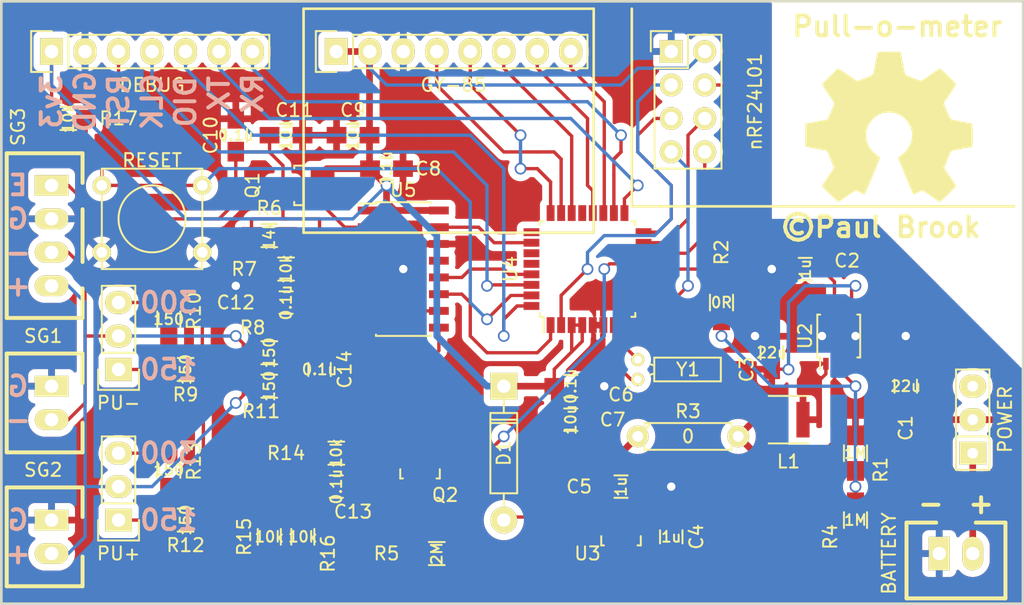
<source format=kicad_pcb>
(kicad_pcb (version 20221018) (generator pcbnew)
  (layers (0 "F.Cu" signal) (31 "B.Cu" signal) (34 "B.Paste" user) (35 "F.Paste" user) (36 "B.SilkS" user "B.Silkscreen") (37 "F.SilkS" user "F.Silkscreen") (38 "B.Mask" user) (39 "F.Mask" user) (44 "Edge.Cuts" user))
  (net 0 "")
  (net 1 "/Vbat")
  (net 2 "GND")
  (net 3 "Net-(C2-Pad1)")
  (net 4 "Net-(C5-Pad1)")
  (net 5 "+3V3")
  (net 6 "/E+")
  (net 7 "Net-(C12-Pad1)")
  (net 8 "Net-(C13-Pad1)")
  (net 9 "Net-(C13-Pad2)")
  (net 10 "Net-(C14-Pad1)")
  (net 11 "Net-(C14-Pad2)")
  (net 12 "Net-(JP1-Pad1)")
  (net 13 "/IN-")
  (net 14 "Net-(JP1-Pad3)")
  (net 15 "Net-(JP2-Pad1)")
  (net 16 "/IN+")
  (net 17 "Net-(JP2-Pad3)")
  (net 18 "Net-(P1-Pad2)")
  (net 19 "/SWD_RESET")
  (net 20 "/SWD_CLK")
  (net 21 "/SWD_DIO")
  (net 22 "/UART_RX")
  (net 23 "/UART_TX")
  (net 24 "Net-(Q1-Pad1)")
  (net 25 "/BAT_EN")
  (net 26 "Net-(Q2-Pad3)")
  (net 27 "/RUN")
  (net 28 "Net-(R6-Pad2)")
  (net 29 "/RF_CE")
  (net 30 "/RF_CS")
  (net 31 "/SCK")
  (net 32 "/MOSI")
  (net 33 "/MISO")
  (net 34 "/RF_IRQ")
  (net 35 "/HX_RATE")
  (net 36 "Net-(U4-Pad7)")
  (net 37 "Net-(U4-Pad8)")
  (net 38 "Net-(U4-Pad11)")
  (net 39 "/INT_G")
  (net 40 "/INT_A")
  (net 41 "Net-(U4-Pad21)")
  (net 42 "/INT_M")
  (net 43 "/SCL")
  (net 44 "/SDA")
  (net 45 "Net-(U4-Pad25)")
  (net 46 "/HX_DATA")
  (net 47 "Net-(U4-Pad27)")
  (net 48 "Net-(U4-Pad28)")
  (net 49 "/HX_SCK")
  (net 50 "Net-(U5-Pad13)")
  (net 51 "/Vbuck")
  (net 52 "/SW")
  (net 53 "/S_RUN")
  (net 54 "Net-(SW2-Pad3)")
  (footprint "Parts:C_0805_HandSoldering_V" (layer "F.Cu") (at 185.42 120.65 90)
    (fp_text reference "C1")
    (fp_text value "22u")
  )
  (footprint "Parts:C_0805_HandSoldering_V" (layer "F.Cu") (at 177.8 111.76 180)
    (fp_text reference "C2")
    (fp_text value "1u")
  )
  (footprint "Parts:C_0805_HandSoldering_V" (layer "F.Cu") (at 175.26 118.11 90)
    (fp_text reference "C3")
    (fp_text value "22u")
  )
  (footprint "Parts:C_0805_HandSoldering_V" (layer "F.Cu") (at 167.64 132.08 90)
    (fp_text reference "C4")
    (fp_text value "1u")
  )
  (footprint "Parts:C_0805_HandSoldering_V" (layer "F.Cu") (at 163.83 128.27)
    (fp_text reference "C5")
    (fp_text value "1u")
  )
  (footprint "Parts:C_0805_HandSoldering_V" (layer "F.Cu") (at 160.02 120.65)
    (fp_text reference "C6")
    (fp_text value "0.1u")
  )
  (footprint "Parts:C_0805_HandSoldering_V" (layer "F.Cu") (at 160.02 123.19)
    (fp_text reference "C7")
    (fp_text value "10u")
  )
  (footprint "Parts:C_0805_HandSoldering_V" (layer "F.Cu") (at 146.05 104.14)
    (fp_text reference "C8")
    (fp_text value "0.1u")
  )
  (footprint "Parts:C_0805_HandSoldering_V" (layer "F.Cu") (at 143.51 101.6 180)
    (fp_text reference "C9")
    (fp_text value "10u")
  )
  (footprint "Parts:C_0805_HandSoldering_V" (layer "F.Cu") (at 134.62 101.6 90)
    (fp_text reference "C10")
    (fp_text value "0.1u")
  )
  (footprint "Parts:C_0805_HandSoldering_V" (layer "F.Cu") (at 138.43 101.6)
    (fp_text reference "C11")
    (fp_text value "10u")
  )
  (footprint "Parts:C_0805_HandSoldering_V" (layer "F.Cu") (at 138.43 114.3 180)
    (fp_text reference "C12")
    (fp_text value "0.1u")
  )
  (footprint "Parts:C_0805_HandSoldering_V" (layer "F.Cu") (at 142.24 128.27 180)
    (fp_text reference "C13")
    (fp_text value "0.1u")
  )
  (footprint "Parts:C_0805_HandSoldering_V" (layer "F.Cu") (at 140.97 119.38 90)
    (fp_text reference "C14")
    (fp_text value "0.1u")
  )
  (footprint "Discret:DO-41" (layer "F.Cu") (at 154.94 125.73 90)
    (fp_text reference "D1")
    (fp_text value "1n4001" hide)
  )
  (footprint "Pin_Headers:Pin_Header_Straight_1x03" (layer "F.Cu") (at 125.73 119.38 180)
    (fp_text reference "JP1" hide)
    (fp_text value "PU-")
  )
  (footprint "Pin_Headers:Pin_Header_Straight_1x03" (layer "F.Cu") (at 125.73 130.81 180)
    (fp_text reference "JP2" hide)
    (fp_text value "PU+")
  )
  (footprint "Inductors_NEOSID:Neosid_Inductor_SMS-ME3015" (layer "F.Cu") (at 176.53 123.19)
    (fp_text reference "L1")
    (fp_text value "4.7uH" hide)
  )
  (footprint "Parts:JST-XH-2" (layer "F.Cu") (at 189.23 133.35)
    (fp_text reference "P1" hide)
    (fp_text value "BATTERY")
  )
  (footprint "Parts:JST-XH-2" (layer "F.Cu") (at 120.65 121.92 -90)
    (fp_text reference "P2" hide)
    (fp_text value "SG1")
  )
  (footprint "Parts:JST-XH-2" (layer "F.Cu") (at 120.65 132.08 -90)
    (fp_text reference "P3" hide)
    (fp_text value "SG2")
  )
  (footprint "Pin_Headers:Pin_Header_Straight_1x07" (layer "F.Cu") (at 120.65 95.25 90)
    (fp_text reference "P4" hide)
    (fp_text value "DEBUG")
  )
  (footprint "Parts:JST-XH-4" (layer "F.Cu") (at 120.65 109.22 -90)
    (fp_text reference "P5" hide)
    (fp_text value "SG3")
  )
  (footprint "Housings_SOT-23_SOT-143_TSOT-6:SOT-23_Handsoldering" (layer "F.Cu") (at 139.7 105.41 90)
    (fp_text reference "Q1")
    (fp_text value "MMBT4403")
  )
  (footprint "Housings_SOT-23_SOT-143_TSOT-6:SOT-23_Handsoldering" (layer "F.Cu") (at 148.59 127 180)
    (fp_text reference "Q2")
    (fp_text value "TMS2302CX")
  )
  (footprint "Discret:R3-LARGE_PADS" (layer "F.Cu") (at 168.91 124.46)
    (fp_text reference "R3")
    (fp_text value "0")
  )
  (footprint "Parts:R_0805_HandSoldering_V" (layer "F.Cu") (at 181.61 130.81 -90)
    (fp_text reference "R4")
    (fp_text value "1M")
  )
  (footprint "Parts:R_0805_HandSoldering_V" (layer "F.Cu") (at 149.86 133.35 180)
    (fp_text reference "R5")
    (fp_text value "2M")
  )
  (footprint "Parts:R_0805_HandSoldering_V" (layer "F.Cu") (at 137.16 109.22)
    (fp_text reference "R6")
    (fp_text value "14k")
  )
  (footprint "Parts:R_0805_HandSoldering_V" (layer "F.Cu") (at 138.43 111.76 180)
    (fp_text reference "R7")
    (fp_text value "10k")
  )
  (footprint "Parts:R_0805_HandSoldering_V" (layer "F.Cu") (at 137.16 118.11 180)
    (fp_text reference "R8")
    (fp_text value "150")
  )
  (footprint "Parts:R_0805_HandSoldering_V" (layer "F.Cu") (at 130.81 119.38)
    (fp_text reference "R9")
    (fp_text value "150")
  )
  (footprint "Parts:R_0805_HandSoldering_V" (layer "F.Cu") (at 129.54 115.57 -90)
    (fp_text reference "R10")
    (fp_text value "150")
  )
  (footprint "Parts:R_0805_HandSoldering_V" (layer "F.Cu") (at 137.16 120.65 180)
    (fp_text reference "R11")
    (fp_text value "150")
  )
  (footprint "Parts:R_0805_HandSoldering_V" (layer "F.Cu") (at 130.81 130.81)
    (fp_text reference "R12")
    (fp_text value "150")
  )
  (footprint "Parts:R_0805_HandSoldering_V" (layer "F.Cu") (at 129.54 127 -90)
    (fp_text reference "R13")
    (fp_text value "150")
  )
  (footprint "Parts:R_0805_HandSoldering_V" (layer "F.Cu") (at 142.24 125.73 180)
    (fp_text reference "R14")
    (fp_text value "10k")
  )
  (footprint "Parts:R_0805_HandSoldering_V" (layer "F.Cu") (at 137.16 132.08 -90)
    (fp_text reference "R15")
    (fp_text value "10k")
  )
  (footprint "Parts:R_0805_HandSoldering_V" (layer "F.Cu") (at 139.7 132.08 -90)
    (fp_text reference "R16")
    (fp_text value "10k")
  )
  (footprint "Parts:R_0805_HandSoldering_V" (layer "F.Cu") (at 121.92 100.33)
    (fp_text reference "R17")
    (fp_text value "10k")
  )
  (footprint "Buttons_Switches_ThroughHole:SW_PUSH_SMALL" (layer "F.Cu") (at 128.27 107.95)
    (fp_text reference "SW1" hide)
    (fp_text value "RESET")
  )
  (footprint "Pin_Headers:Pin_Header_Straight_2x04" (layer "F.Cu") (at 167.64 95.25)
    (fp_text reference "U1" hide)
    (fp_text value "nRF24L01")
  )
  (footprint "Housings_SSOP:MSOP-8-1EP_3x3mm_Pitch0.65mm" (layer "F.Cu") (at 180.34 116.84 90)
    (fp_text reference "U2")
    (fp_text value "LTC3621")
  )
  (footprint "Housings_SOT-23_SOT-143_TSOT-6:SOT-23_Handsoldering" (layer "F.Cu") (at 163.83 132.08 180)
    (fp_text reference "U3")
    (fp_text value "MCP1702")
  )
  (footprint "Housings_QFP:LQFP-32_7x7mm_Pitch0.8mm" (layer "F.Cu") (at 161.29 111.76 90)
    (fp_text reference "U4")
    (fp_text value "MKL05Z32VLC4")
  )
  (footprint "Housings_SOIC:SOIC-16_3.9x9.9mm_Pitch1.27mm" (layer "F.Cu") (at 147.32 111.76)
    (fp_text reference "U5")
    (fp_text value "HX711")
  )
  (footprint "Socket_Strips:Socket_Strip_Straight_1x08" (layer "F.Cu") (at 142.24 95.25)
    (fp_text reference "U6" hide)
    (fp_text value "GY-85")
  )
  (footprint "Crystals:Crystal_Round_Horizontal_2mm" (layer "F.Cu") (at 165.1 119.38 -90)
    (fp_text reference "Y1")
    (fp_text value "32.768kHz")
  )
  (footprint "Parts:R_0805_HandSoldering_V" (layer "F.Cu") (at 181.61 125.73 -90)
    (fp_text reference "R1")
    (fp_text value "1M")
  )
  (footprint "Parts:R_0805_HandSoldering_V" (layer "F.Cu") (at 171.45 114.3 -90)
    (fp_text reference "R2")
    (fp_text value "0R")
  )
  (footprint "Buttons_Switches_ThroughHole:SW_Micro_SPST" (layer "F.Cu") (at 190.5 123.19 90)
    (fp_text reference "SW2" hide)
    (fp_text value "POWER")
  )
  (footprint "Parts:OSHW_LOGO" (layer "F.Cu") (at 184.15 100.965)
    (fp_text reference "G***" hide)
    (fp_text value "OSHW_LOGO" hide)
  )
  (gr_line (start 164.65 107) (end 164.65 92) (stroke (width 0.2)) (layer "F.SilkS"))
  (gr_line (start 164.65 107) (end 193.65 107) (stroke (width 0.2)) (layer "F.SilkS"))
  (gr_line (start 161.76 92) (end 161.76 109) (stroke (width 0.2)) (layer "F.SilkS"))
  (gr_line (start 161.76 109) (end 139.76 109) (stroke (width 0.2)) (layer "F.SilkS"))
  (gr_line (start 116.84 137.16) (end 116.84 91.44) (stroke (width 0.2)) (layer "F.SilkS"))
  (gr_line (start 139.76 92) (end 161.76 92) (stroke (width 0.2)) (layer "F.SilkS"))
  (gr_line (start 194.31 91.44) (end 194.31 137.16) (stroke (width 0.2)) (layer "F.SilkS"))
  (gr_line (start 194.31 137.16) (end 116.84 137.16) (stroke (width 0.2)) (layer "F.SilkS"))
  (gr_line (start 116.84 91.44) (end 194.31 91.44) (stroke (width 0.2)) (layer "F.SilkS"))
  (gr_line (start 139.76 109) (end 139.76 92) (stroke (width 0.2)) (layer "F.SilkS"))
  (gr_line (start 116.84 137.16) (end 194.31 137.16) (stroke (width 0.15)) (layer "Edge.Cuts"))
  (gr_line (start 194.31 91.44) (end 116.84 91.44) (stroke (width 0.15)) (layer "Edge.Cuts"))
  (gr_line (start 116.84 91.44) (end 116.84 137.16) (stroke (width 0.15)) (layer "Edge.Cuts"))
  (gr_line (start 194.31 137.16) (end 194.31 91.44) (stroke (width 0.15)) (layer "Edge.Cuts"))
  (gr_text "G" (at 118.11 130.81) (layer "B.SilkS") (effects (font (size 1.5 1.5) (thickness 0.3)) (justify mirror)))
  (gr_text "+" (at 118.11 133.35) (layer "B.SilkS") (effects (font (size 1.5 1.5) (thickness 0.3)) (justify mirror)))
  (gr_text "150\n" (at 129.54 130.81) (layer "B.SilkS") (effects (font (size 1.5 1.5) (thickness 0.3)) (justify mirror)))
  (gr_text "G" (at 118.11 120.65) (layer "B.SilkS") (effects (font (size 1.5 1.5) (thickness 0.3)) (justify mirror)))
  (gr_text "TX" (at 133.35 98.425 90) (layer "B.SilkS") (effects (font (size 1.5 1.5) (thickness 0.3)) (justify mirror)))
  (gr_text "G" (at 118.11 107.95) (layer "B.SilkS") (effects (font (size 1.5 1.5) (thickness 0.3)) (justify mirror)))
  (gr_text "300" (at 129.54 125.73) (layer "B.SilkS") (effects (font (size 1.5 1.5) (thickness 0.3)) (justify mirror)))
  (gr_text "E" (at 118.11 105.41) (layer "B.SilkS") (effects (font (size 1.5 1.5) (thickness 0.3)) (justify mirror)))
  (gr_text "RST" (at 125.73 99.06 90) (layer "B.SilkS") (effects (font (size 1.5 1.5) (thickness 0.3)) (justify mirror)))
  (gr_text "3v3" (at 120.65 99.06 90) (layer "B.SilkS") (effects (font (size 1.5 1.5) (thickness 0.3)) (justify mirror)))
  (gr_text "300" (at 129.54 114.3) (layer "B.SilkS") (effects (font (size 1.5 1.5) (thickness 0.3)) (justify mirror)))
  (gr_text "DIO" (at 130.81 99.06 90) (layer "B.SilkS") (effects (font (size 1.5 1.5) (thickness 0.3)) (justify mirror)))
  (gr_text "GND" (at 123.19 99.06 90) (layer "B.SilkS") (effects (font (size 1.5 1.5) (thickness 0.3)) (justify mirror)))
  (gr_text "RX" (at 135.89 98.425 90) (layer "B.SilkS") (effects (font (size 1.5 1.5) (thickness 0.3)) (justify mirror)))
  (gr_text "-" (at 118.11 110.49) (layer "B.SilkS") (effects (font (size 1.5 1.5) (thickness 0.3)) (justify mirror)))
  (gr_text "-" (at 118.11 123.19) (layer "B.SilkS") (effects (font (size 1.5 1.5) (thickness 0.3)) (justify mirror)))
  (gr_text "CLK" (at 128.27 99.06 90) (layer "B.SilkS") (effects (font (size 1.5 1.5) (thickness 0.3)) (justify mirror)))
  (gr_text "+" (at 118.11 113.03) (layer "B.SilkS") (effects (font (size 1.5 1.5) (thickness 0.3)) (justify mirror)))
  (gr_text "150" (at 129.54 119.38) (layer "B.SilkS") (effects (font (size 1.5 1.5) (thickness 0.3)) (justify mirror)))
  (gr_text "Pull-o-meter" (at 184.785 93.345) (layer "F.SilkS") (effects (font (size 1.5 1.5) (thickness 0.3))))
  (gr_text "©Paul Brook" (at 183.515 108.585) (layer "F.SilkS") (effects (font (size 1.5 1.5) (thickness 0.3))))
  (gr_text "-" (at 187.325 129.54) (layer "F.SilkS") (effects (font (size 1.5 1.5) (thickness 0.3))))
  (gr_text "+" (at 191.135 129.54) (layer "F.SilkS") (effects (font (size 1.5 1.5) (thickness 0.3))))
  (segment (start 180.015 121.595) (end 180.32 121.9) (width 0.254) (layer "F.Cu") (net 1))
  (segment (start 180.32 121.9) (end 185.42 121.9) (width 0.254) (layer "F.Cu") (net 1))
  (segment (start 167.66 133.35) (end 167.64 133.33) (width 0.254) (layer "F.Cu") (net 1))
  (segment (start 167.38886 133.58114) (end 167.64 133.33) (width 0.254) (layer "F.Cu") (net 1))
  (segment (start 151.44114 133.58114) (end 151.21 133.35) (width 0.254) (layer "F.Cu") (net 1))
  (segment (start 184.09 121.9) (end 181.61 124.38) (width 0.254) (layer "F.Cu") (net 1))
  (segment (start 180.42 124.38) (end 177.8 127) (width 0.254) (layer "F.Cu") (net 1))
  (segment (start 177.8 127) (end 177.8 130.81) (width 0.254) (layer "F.Cu") (net 1))
  (segment (start 177.8 130.81) (end 175.28 133.33) (width 0.254) (layer "F.Cu") (net 1))
  (segment (start 175.28 133.33) (end 167.64 133.33) (width 0.254) (layer "F.Cu") (net 1))
  (segment (start 185.42 121.9) (end 184.09 121.9) (width 0.254) (layer "F.Cu") (net 1))
  (segment (start 184.17 121.9) (end 185.42 121.9) (width 0.254) (layer "F.Cu") (net 1))
  (segment (start 180.015 118.945) (end 180.015 121.595) (width 0.254) (layer "F.Cu") (net 1))
  (segment (start 181.61 124.38) (end 181.61 124.46) (width 0.254) (layer "F.Cu") (net 1))
  (segment (start 163.83 133.58114) (end 167.38886 133.58114) (width 0.254) (layer "F.Cu") (net 1))
  (segment (start 181.61 124.38) (end 180.42 124.38) (width 0.254) (layer "F.Cu") (net 1))
  (segment (start 163.83 133.58114) (end 151.44114 133.58114) (width 0.254) (layer "F.Cu") (net 1))
  (segment (start 181.61 116.84) (end 181.19 117.26) (width 0.254) (layer "F.Cu") (net 2))
  (segment (start 181.19 116.42) (end 181.61 116.84) (width 0.254) (layer "F.Cu") (net 2))
  (segment (start 179.49 116.42) (end 179.07 116.84) (width 0.254) (layer "F.Cu") (net 2))
  (segment (start 179.49 117.26) (end 179.07 116.84) (width 0.254) (layer "F.Cu") (net 2))
  (segment (start 175.28 116.84) (end 175.26 116.86) (width 0.254) (layer "F.Cu") (net 2))
  (segment (start 181.315 117.135) (end 181.61 116.84) (width 0.254) (layer "F.Cu") (net 2))
  (segment (start 179.365 116.545) (end 179.07 116.84) (width 0.254) (layer "F.Cu") (net 2))
  (segment (start 174.01 116.86) (end 173.99 116.84) (width 0.254) (layer "F.Cu") (net 2))
  (segment (start 150.115 109.76) (end 150.02 109.855) (width 0.254) (layer "F.Cu") (net 2))
  (segment (start 161.69 120.23) (end 161.27 120.65) (width 0.254) (layer "F.Cu") (net 2))
  (segment (start 162.49 118.18) (end 161.925 118.745) (width 0.254) (layer "F.Cu") (net 2))
  (segment (start 135.89 111.76) (end 134.62 113.03) (width 0.254) (layer "F.Cu") (net 2))
  (segment (start 146.685 112.395) (end 147.32 111.76) (width 0.254) (layer "F.Cu") (net 2))
  (segment (start 175.34 111.68) (end 175.26 111.76) (width 0.254) (layer "F.Cu") (net 2))
  (segment (start 179.07 116.84) (end 175.28 116.84) (width 0.254) (layer "F.Cu") (net 2))
  (segment (start 161.69 116.01) (end 161.69 120.23) (width 0.254) (layer "F.Cu") (net 2))
  (segment (start 162.49 116.01) (end 162.49 118.18) (width 0.254) (layer "F.Cu") (net 2))
  (segment (start 180.81 117.26) (end 181.19 117.26) (width 0.254) (layer "F.Cu") (net 2))
  (segment (start 179.87 117.26) (end 179.49 117.26) (width 0.254) (layer "F.Cu") (net 2))
  (segment (start 176.55 111.76) (end 175.26 111.76) (width 0.254) (layer "F.Cu") (net 2))
  (segment (start 181.315 118.945) (end 181.315 117.135) (width 0.254) (layer "F.Cu") (net 2))
  (segment (start 180.81 116.42) (end 181.19 116.42) (width 0.254) (layer "F.Cu") (net 2))
  (segment (start 167.64 130.83) (end 167.64 128.27) (width 0.254) (layer "F.Cu") (net 2))
  (segment (start 180.81 117.26) (end 179.87 117.26) (width 0.254) (layer "F.Cu") (net 2))
  (segment (start 179.365 114.735) (end 179.365 116.545) (width 0.254) (layer "F.Cu") (net 2))
  (segment (start 161.27 120.65) (end 162.56 120.65) (width 0.254) (layer "F.Cu") (net 2))
  (segment (start 144.62 112.395) (end 146.685 112.395) (width 0.254) (layer "F.Cu") (net 2))
  (segment (start 185.42 119.4) (end 185.42 116.84) (width 0.254) (layer "F.Cu") (net 2))
  (segment (start 179.87 116.42) (end 179.49 116.42) (width 0.254) (layer "F.Cu") (net 2))
  (segment (start 175.26 116.86) (end 174.01 116.86) (width 0.254) (layer "F.Cu") (net 2))
  (segment (start 179.87 116.42) (end 180.81 116.42) (width 0.254) (layer "F.Cu") (net 2))
  (segment (start 161.69 116.01) (end 162.49 116.01) (width 0.254) (layer "F.Cu") (net 2))
  (segment (start 185.42 116.84) (end 181.61 116.84) (width 0.254) (layer "F.Cu") (net 2))
  (segment (start 137.08 111.76) (end 135.89 111.76) (width 0.254) (layer "F.Cu") (net 2))
  (via (at 185.42 116.84) (size 0.889) (drill 0.635) (layers "F.Cu" "B.Cu") (net 2))
  (via (at 175.26 111.76) (size 0.889) (drill 0.635) (layers "F.Cu" "B.Cu") (net 2))
  (via (at 134.62 113.03) (size 0.889) (drill 0.635) (layers "F.Cu" "B.Cu") (net 2))
  (via (at 179.07 116.84) (size 0.889) (drill 0.635) (layers "F.Cu" "B.Cu") (net 2))
  (via (at 147.32 111.76) (size 0.889) (drill 0.635) (layers "F.Cu" "B.Cu") (net 2))
  (via (at 181.61 116.84) (size 0.889) (drill 0.635) (layers "F.Cu" "B.Cu") (net 2))
  (via (at 173.99 116.84) (size 0.889) (drill 0.635) (layers "F.Cu" "B.Cu") (net 2))
  (via (at 175.26 111.76) (size 0.889) (drill 0.635) (layers "F.Cu" "B.Cu") (net 2))
  (via (at 167.64 128.27) (size 0.889) (drill 0.635) (layers "F.Cu" "B.Cu") (net 2))
  (via (at 162.56 120.65) (size 0.889) (drill 0.635) (layers "F.Cu" "B.Cu") (net 2))
  (segment (start 185.42 116.84) (end 187.96 119.38) (width 0.254) (layer "B.Cu") (net 2))
  (segment (start 187.96 119.38) (end 187.96 133.35) (width 0.254) (layer "B.Cu") (net 2))
  (segment (start 180.015 112.725) (end 179.05 111.76) (width 0.254) (layer "F.Cu") (net 3))
  (segment (start 180.015 114.735) (end 180.015 112.725) (width 0.254) (layer "F.Cu") (net 3))
  (segment (start 180.665 114.735) (end 180.015 114.735) (width 0.254) (layer "F.Cu") (net 3))
  (segment (start 162.88 128.57) (end 162.58 128.27) (width 0.254) (layer "F.Cu") (net 4))
  (segment (start 155.17368 130.57886) (end 154.94254 130.81) (width 0.254) (layer "F.Cu") (net 4))
  (segment (start 162.88 130.57886) (end 162.88 128.57) (width 0.254) (layer "F.Cu") (net 4))
  (segment (start 162.88 130.57886) (end 155.17368 130.57886) (width 0.254) (layer "F.Cu") (net 4))
  (segment (start 144.78 104.14) (end 146.05 105.41) (width 0.508) (layer "F.Cu") (net 5))
  (segment (start 145.415 107.315) (end 146.05 106.68) (width 0.508) (layer "F.Cu") (net 5))
  (segment (start 146.05 106.68) (end 146.05 105.41) (width 0.508) (layer "F.Cu") (net 5))
  (segment (start 146.685 107.315) (end 146.05 106.68) (width 0.508) (layer "F.Cu") (net 5))
  (segment (start 144.76 95.27) (end 144.78 95.25) (width 0.508) (layer "F.Cu") (net 5))
  (segment (start 120.65 100.25) (end 120.57 100.33) (width 0.254) (layer "F.Cu") (net 5))
  (segment (start 158.77 119.36) (end 160.09 118.04) (width 0.254) (layer "F.Cu") (net 5))
  (segment (start 160.09 118.04) (end 160.09 116.01) (width 0.254) (layer "F.Cu") (net 5))
  (segment (start 160.89 117.24) (end 160.09 118.04) (width 0.254) (layer "F.Cu") (net 5))
  (segment (start 160.02 125.73) (end 158.75 124.46) (width 0.508) (layer "F.Cu") (net 5))
  (segment (start 158.75 123.21) (end 158.75 124.46) (width 0.508) (layer "F.Cu") (net 5))
  (segment (start 158.75 123.21) (end 158.77 123.19) (width 0.508) (layer "F.Cu") (net 5))
  (segment (start 163.83 125.73) (end 165.1 124.46) (width 0.508) (layer "F.Cu") (net 5))
  (segment (start 141.52114 104.14) (end 141.20114 104.46) (width 0.508) (layer "F.Cu") (net 5))
  (segment (start 144.76 104.14) (end 144.78 104.14) (width 0.254) (layer "F.Cu") (net 5))
  (segment (start 144.76 101.6) (end 144.76 95.27) (width 0.508) (layer "F.Cu") (net 5))
  (segment (start 144.76 104.14) (end 144.76 101.6) (width 0.508) (layer "F.Cu") (net 5))
  (segment (start 120.73 100.33) (end 120.73 100.25) (width 0.254) (layer "F.Cu") (net 5))
  (segment (start 144.62 107.315) (end 145.415 107.315) (width 0.508) (layer "F.Cu") (net 5))
  (segment (start 160.89 116.01) (end 160.09 116.01) (width 0.254) (layer "F.Cu") (net 5))
  (segment (start 144.8 104.14) (end 141.52114 104.14) (width 0.508) (layer "F.Cu") (net 5))
  (segment (start 120.65 95.25) (end 120.65 100.25) (width 0.254) (layer "F.Cu") (net 5))
  (segment (start 158.77 123.19) (end 158.77 120.65) (width 0.508) (layer "F.Cu") (net 5))
  (segment (start 142.24 95.25) (end 144.78 95.25) (width 0.508) (layer "F.Cu") (net 5))
  (segment (start 158.77 120.65) (end 158.77 119.36) (width 0.254) (layer "F.Cu") (net 5))
  (segment (start 144.62 107.315) (end 150.02 107.315) (width 0.508) (layer "F.Cu") (net 5))
  (segment (start 160.02 125.73) (end 163.83 125.73) (width 0.508) (layer "F.Cu") (net 5))
  (segment (start 158.77 120.65) (end 154.94254 120.65) (width 0.508) (layer "F.Cu") (net 5))
  (segment (start 150.02 107.315) (end 146.685 107.315) (width 0.508) (layer "F.Cu") (net 5))
  (segment (start 160.89 116.01) (end 160.89 117.24) (width 0.254) (layer "F.Cu") (net 5))
  (via (at 146.05 105.41) (size 0.889) (drill 0.635) (layers "F.Cu" "B.Cu") (net 5))
  (segment (start 163.83 97.79) (end 146.05 97.79) (width 0.254) (layer "B.Cu") (net 5))
  (segment (start 168.91 96.52) (end 165.1 96.52) (width 0.254) (layer "B.Cu") (net 5))
  (segment (start 165.1 96.52) (end 163.83 97.79) (width 0.254) (layer "B.Cu") (net 5))
  (segment (start 144.78 96.52) (end 146.05 97.79) (width 0.254) (layer "B.Cu") (net 5))
  (segment (start 120.65 97.79) (end 130.81 107.95) (width 0.254) (layer "B.Cu") (net 5))
  (segment (start 130.81 107.95) (end 143.51 107.95) (width 0.254) (layer "B.Cu") (net 5))
  (segment (start 149.86 109.22) (end 149.86 116.84) (width 0.508) (layer "B.Cu") (net 5))
  (segment (start 153.67 120.65) (end 149.86 116.84) (width 0.508) (layer "B.Cu") (net 5))
  (segment (start 144.78 95.25) (end 144.78 96.52) (width 0.254) (layer "B.Cu") (net 5))
  (segment (start 154.94254 120.65) (end 153.67 120.65) (width 0.508) (layer "B.Cu") (net 5))
  (segment (start 146.05 105.41) (end 149.86 109.22) (width 0.508) (layer "B.Cu") (net 5))
  (segment (start 146.05 105.41) (end 143.51 107.95) (width 0.254) (layer "B.Cu") (net 5))
  (segment (start 170.18 95.25) (end 168.91 96.52) (width 0.254) (layer "B.Cu") (net 5))
  (segment (start 120.65 95.25) (end 120.65 97.79) (width 0.254) (layer "B.Cu") (net 5))
  (segment (start 139.7 107.95) (end 138.43 107.95) (width 0.254) (layer "F.Cu") (net 6))
  (segment (start 134.78 133.43) (end 132.16 130.81) (width 0.254) (layer "F.Cu") (net 6))
  (segment (start 132.16 119.38) (end 132.08 119.3) (width 0.254) (layer "F.Cu") (net 6))
  (segment (start 132.08 119.3) (end 132.08 113.03) (width 0.254) (layer "F.Cu") (net 6))
  (segment (start 138.19886 107.95) (end 138.43 107.95) (width 0.254) (layer "F.Cu") (net 6))
  (segment (start 138.19886 103.90886) (end 137.18 102.89) (width 0.254) (layer "F.Cu") (net 6))
  (segment (start 137.18 102.89) (end 137.18 102.87) (width 0.254) (layer "F.Cu") (net 6))
  (segment (start 137.18 102.87) (end 137.18 101.6) (width 0.254) (layer "F.Cu") (net 6))
  (segment (start 134.64 102.87) (end 134.62 102.85) (width 0.254) (layer "F.Cu") (net 6))
  (segment (start 121.92 105.41) (end 124.46 107.95) (width 0.254) (layer "F.Cu") (net 6))
  (segment (start 124.46 107.95) (end 133.35 107.95) (width 0.254) (layer "F.Cu") (net 6))
  (segment (start 133.35 107.95) (end 134.62 106.68) (width 0.254) (layer "F.Cu") (net 6))
  (segment (start 134.62 106.68) (end 134.62 102.85) (width 0.254) (layer "F.Cu") (net 6))
  (segment (start 140.97 107.95) (end 139.7 107.95) (width 0.254) (layer "F.Cu") (net 6))
  (segment (start 141.605 109.855) (end 140.97 109.22) (width 0.254) (layer "F.Cu") (net 6))
  (segment (start 140.97 109.22) (end 140.97 107.95) (width 0.254) (layer "F.Cu") (net 6))
  (segment (start 135.81 108.03) (end 135.89 107.95) (width 0.254) (layer "F.Cu") (net 6))
  (segment (start 135.89 107.95) (end 138.43 107.95) (width 0.254) (layer "F.Cu") (net 6))
  (segment (start 135.81 109.3) (end 132.08 113.03) (width 0.254) (layer "F.Cu") (net 6))
  (segment (start 138.19886 105.41) (end 138.19886 103.90886) (width 0.254) (layer "F.Cu") (net 6))
  (segment (start 132.16 130.81) (end 132.16 119.38) (width 0.254) (layer "F.Cu") (net 6))
  (segment (start 120.65 105.41) (end 121.92 105.41) (width 0.254) (layer "F.Cu") (net 6))
  (segment (start 144.62 109.855) (end 141.605 109.855) (width 0.254) (layer "F.Cu") (net 6))
  (segment (start 138.19886 105.41) (end 138.19886 107.95) (width 0.254) (layer "F.Cu") (net 6))
  (segment (start 135.81 109.22) (end 135.81 109.3) (width 0.254) (layer "F.Cu") (net 6))
  (segment (start 137.18 102.87) (end 134.64 102.87) (width 0.254) (layer "F.Cu") (net 6))
  (segment (start 135.81 109.22) (end 135.81 108.03) (width 0.254) (layer "F.Cu") (net 6))
  (segment (start 137.16 133.43) (end 134.78 133.43) (width 0.254) (layer "F.Cu") (net 6))
  (segment (start 141.605 113.665) (end 140.97 114.3) (width 0.254) (layer "F.Cu") (net 7))
  (segment (start 140.97 114.3) (end 139.68 114.3) (width 0.254) (layer "F.Cu") (net 7))
  (segment (start 144.62 113.665) (end 141.605 113.665) (width 0.254) (layer "F.Cu") (net 7))
  (segment (start 143.49 125.83) (end 143.59 125.73) (width 0.254) (layer "F.Cu") (net 8))
  (segment (start 147.40886 125.73) (end 147.64 125.49886) (width 0.254) (layer "F.Cu") (net 8))
  (segment (start 147.64 120.33) (end 150.02 117.95) (width 0.254) (layer "F.Cu") (net 8))
  (segment (start 150.02 117.95) (end 150.02 116.205) (width 0.254) (layer "F.Cu") (net 8))
  (segment (start 143.59 125.73) (end 147.40886 125.73) (width 0.254) (layer "F.Cu") (net 8))
  (segment (start 143.49 128.27) (end 143.49 125.83) (width 0.254) (layer "F.Cu") (net 8))
  (segment (start 147.64 125.49886) (end 147.64 120.33) (width 0.254) (layer "F.Cu") (net 8))
  (segment (start 147.955 114.935) (end 147.32 115.57) (width 0.254) (layer "F.Cu") (net 9))
  (segment (start 147.32 115.57) (end 147.32 118.11) (width 0.254) (layer "F.Cu") (net 9))
  (segment (start 147.32 118.11) (end 140.89 124.54) (width 0.254) (layer "F.Cu") (net 9))
  (segment (start 140.89 124.54) (end 140.89 125.73) (width 0.254) (layer "F.Cu") (net 9))
  (segment (start 140.89 128.17) (end 140.99 128.27) (width 0.254) (layer "F.Cu") (net 9))
  (segment (start 139.7 129.56) (end 140.99 128.27) (width 0.254) (layer "F.Cu") (net 9))
  (segment (start 140.89 125.73) (end 140.89 128.17) (width 0.254) (layer "F.Cu") (net 9))
  (segment (start 150.02 114.935) (end 147.955 114.935) (width 0.254) (layer "F.Cu") (net 9))
  (segment (start 137.16 130.73) (end 139.7 130.73) (width 0.254) (layer "F.Cu") (net 9))
  (segment (start 139.7 130.73) (end 139.7 129.56) (width 0.254) (layer "F.Cu") (net 9))
  (segment (start 142.26 120.63) (end 144.62 118.27) (width 0.254) (layer "F.Cu") (net 10))
  (segment (start 144.62 118.27) (end 144.62 116.205) (width 0.254) (layer "F.Cu") (net 10))
  (segment (start 140.95 120.65) (end 140.97 120.63) (width 0.254) (layer "F.Cu") (net 10))
  (segment (start 138.51 120.65) (end 140.95 120.65) (width 0.254) (layer "F.Cu") (net 10))
  (segment (start 144.62 116.205) (end 144.145 116.205) (width 0.254) (layer "F.Cu") (net 10))
  (segment (start 140.97 120.63) (end 142.26 120.63) (width 0.254) (layer "F.Cu") (net 10))
  (segment (start 142.875 114.935) (end 140.97 116.84) (width 0.254) (layer "F.Cu") (net 11))
  (segment (start 140.97 116.84) (end 140.97 118.13) (width 0.254) (layer "F.Cu") (net 11))
  (segment (start 138.53 118.13) (end 138.51 118.11) (width 0.254) (layer "F.Cu") (net 11))
  (segment (start 144.62 114.935) (end 142.875 114.935) (width 0.254) (layer "F.Cu") (net 11))
  (segment (start 140.97 118.13) (end 138.53 118.13) (width 0.254) (layer "F.Cu") (net 11))
  (segment (start 129.46 117) (end 129.54 116.92) (width 0.254) (layer "F.Cu") (net 12))
  (segment (start 125.73 119.38) (end 129.46 119.38) (width 0.254) (layer "F.Cu") (net 12))
  (segment (start 129.46 119.38) (end 129.46 117) (width 0.254) (layer "F.Cu") (net 12))
  (segment (start 135.81 118.03) (end 134.62 116.84) (width 0.254) (layer "F.Cu") (net 13))
  (segment (start 121.92 110.49) (end 123.19 111.76) (width 0.254) (layer "F.Cu") (net 13))
  (segment (start 123.19 111.76) (end 123.19 116.84) (width 0.254) (layer "F.Cu") (net 13))
  (segment (start 121.92 123.19) (end 123.19 121.92) (width 0.254) (layer "F.Cu") (net 13))
  (segment (start 123.19 121.92) (end 123.19 116.84) (width 0.254) (layer "F.Cu") (net 13))
  (segment (start 120.65 110.49) (end 121.92 110.49) (width 0.254) (layer "F.Cu") (net 13))
  (segment (start 125.73 116.84) (end 123.19 116.84) (width 0.254) (layer "F.Cu") (net 13))
  (segment (start 135.81 118.11) (end 135.81 118.03) (width 0.254) (layer "F.Cu") (net 13))
  (segment (start 120.65 123.19) (end 121.92 123.19) (width 0.254) (layer "F.Cu") (net 13))
  (via (at 134.62 116.84) (size 0.889) (drill 0.635) (layers "F.Cu" "B.Cu") (net 13))
  (segment (start 134.62 116.84) (end 125.73 116.84) (width 0.254) (layer "B.Cu") (net 13))
  (segment (start 129.46 114.3) (end 129.54 114.22) (width 0.254) (layer "F.Cu") (net 14))
  (segment (start 125.73 114.3) (end 129.46 114.3) (width 0.254) (layer "F.Cu") (net 14))
  (segment (start 129.46 128.43) (end 129.54 128.35) (width 0.254) (layer "F.Cu") (net 15))
  (segment (start 125.73 130.81) (end 129.46 130.81) (width 0.254) (layer "F.Cu") (net 15))
  (segment (start 129.46 130.81) (end 129.46 128.43) (width 0.254) (layer "F.Cu") (net 15))
  (segment (start 135.81 120.73) (end 134.62 121.92) (width 0.254) (layer "F.Cu") (net 16))
  (segment (start 135.81 120.65) (end 135.81 120.73) (width 0.254) (layer "F.Cu") (net 16))
  (via (at 134.62 121.92) (size 0.889) (drill 0.635) (layers "F.Cu" "B.Cu") (net 16))
  (segment (start 134.62 121.92) (end 128.27 128.27) (width 0.254) (layer "B.Cu") (net 16))
  (segment (start 128.27 128.27) (end 125.73 128.27) (width 0.254) (layer "B.Cu") (net 16))
  (segment (start 121.92 133.35) (end 123.19 132.08) (width 0.254) (layer "B.Cu") (net 16))
  (segment (start 123.19 132.08) (end 123.19 128.27) (width 0.254) (layer "B.Cu") (net 16))
  (segment (start 123.19 128.27) (end 125.73 128.27) (width 0.254) (layer "B.Cu") (net 16))
  (segment (start 123.19 114.3) (end 121.92 113.03) (width 0.254) (layer "B.Cu") (net 16))
  (segment (start 121.92 113.03) (end 120.65 113.03) (width 0.254) (layer "B.Cu") (net 16))
  (segment (start 120.65 133.35) (end 121.92 133.35) (width 0.254) (layer "B.Cu") (net 16))
  (segment (start 123.19 128.27) (end 123.19 114.3) (width 0.254) (layer "B.Cu") (net 16))
  (segment (start 129.46 125.73) (end 129.54 125.65) (width 0.254) (layer "F.Cu") (net 17))
  (segment (start 125.73 125.73) (end 129.46 125.73) (width 0.254) (layer "F.Cu") (net 17))
  (segment (start 190.5 133.35) (end 190.5 125.73) (width 0.508) (layer "F.Cu") (net 18))
  (segment (start 155.48 113.76) (end 153.67 115.57) (width 0.254) (layer "F.Cu") (net 19))
  (segment (start 125.73 97.87) (end 123.27 100.33) (width 0.254) (layer "F.Cu") (net 19))
  (segment (start 123.27 102.95) (end 124.46 104.14) (width 0.254) (layer "F.Cu") (net 19))
  (segment (start 124.46 104.14) (end 124.46 105.41) (width 0.254) (layer "F.Cu") (net 19))
  (segment (start 157.04 113.76) (end 155.48 113.76) (width 0.254) (layer "F.Cu") (net 19))
  (segment (start 124.46 105.41) (end 132.08 105.41) (width 0.254) (layer "F.Cu") (net 19))
  (segment (start 125.73 95.25) (end 125.73 97.87) (width 0.254) (layer "F.Cu") (net 19))
  (segment (start 123.27 100.33) (end 123.27 102.95) (width 0.254) (layer "F.Cu") (net 19))
  (via (at 153.67 115.57) (size 0.889) (drill 0.635) (layers "F.Cu" "B.Cu") (net 19))
  (segment (start 147.32 104.14) (end 146.05 104.14) (width 0.254) (layer "B.Cu") (net 19))
  (segment (start 149.86 104.14) (end 147.32 104.14) (width 0.254) (layer "B.Cu") (net 19))
  (segment (start 133.35 104.14) (end 132.08 105.41) (width 0.254) (layer "B.Cu") (net 19))
  (segment (start 152.4 114.3) (end 152.4 106.68) (width 0.254) (layer "B.Cu") (net 19))
  (segment (start 152.4 106.68) (end 149.86 104.14) (width 0.254) (layer "B.Cu") (net 19))
  (segment (start 153.67 115.57) (end 152.4 114.3) (width 0.254) (layer "B.Cu") (net 19))
  (segment (start 146.05 104.14) (end 133.35 104.14) (width 0.254) (layer "B.Cu") (net 19))
  (segment (start 153.74 112.96) (end 153.67 113.03) (width 0.254) (layer "F.Cu") (net 20))
  (segment (start 157.04 112.96) (end 153.74 112.96) (width 0.254) (layer "F.Cu") (net 20))
  (via (at 153.67 113.03) (size 0.889) (drill 0.635) (layers "F.Cu" "B.Cu") (net 20))
  (segment (start 152.4 104.14) (end 151.13 102.87) (width 0.254) (layer "B.Cu") (net 20))
  (segment (start 151.13 102.87) (end 133.35 102.87) (width 0.254) (layer "B.Cu") (net 20))
  (segment (start 128.27 97.79) (end 128.27 95.25) (width 0.254) (layer "B.Cu") (net 20))
  (segment (start 153.67 105.41) (end 152.4 104.14) (width 0.254) (layer "B.Cu") (net 20))
  (segment (start 133.35 102.87) (end 128.27 97.79) (width 0.254) (layer "B.Cu") (net 20))
  (segment (start 153.67 113.03) (end 153.67 105.41) (width 0.254) (layer "B.Cu") (net 20))
  (segment (start 155.95 114.56) (end 154.94 115.57) (width 0.254) (layer "F.Cu") (net 21))
  (segment (start 155.95 114.56) (end 154.94 115.57) (width 0.254) (layer "F.Cu") (net 21))
  (segment (start 154.94 115.57) (end 154.94 116.84) (width 0.254) (layer "F.Cu") (net 21))
  (segment (start 157.04 114.56) (end 155.95 114.56) (width 0.254) (layer "F.Cu") (net 21))
  (via (at 154.94 116.84) (size 0.889) (drill 0.635) (layers "F.Cu" "B.Cu") (net 21))
  (segment (start 148.59 101.6) (end 140.97 101.6) (width 0.254) (layer "B.Cu") (net 21))
  (segment (start 149.86 101.6) (end 148.59 101.6) (width 0.254) (layer "B.Cu") (net 21))
  (segment (start 153.67 102.87) (end 152.4 101.6) (width 0.254) (layer "B.Cu") (net 21))
  (segment (start 152.4 101.6) (end 149.86 101.6) (width 0.254) (layer "B.Cu") (net 21))
  (segment (start 154.94 115.57) (end 154.94 111.76) (width 0.254) (layer "B.Cu") (net 21))
  (segment (start 154.94 116.84) (end 154.94 115.57) (width 0.254) (layer "B.Cu") (net 21))
  (segment (start 134.62 100.33) (end 130.81 96.52) (width 0.254) (layer "B.Cu") (net 21))
  (segment (start 130.81 96.52) (end 130.81 95.25) (width 0.254) (layer "B.Cu") (net 21))
  (segment (start 135.89 101.6) (end 134.62 100.33) (width 0.254) (layer "B.Cu") (net 21))
  (segment (start 154.94 104.14) (end 153.67 102.87) (width 0.254) (layer "B.Cu") (net 21))
  (segment (start 140.97 101.6) (end 135.89 101.6) (width 0.254) (layer "B.Cu") (net 21))
  (segment (start 154.94 111.76) (end 154.94 104.14) (width 0.254) (layer "B.Cu") (net 21))
  (segment (start 164.09 106.42) (end 165.1 105.41) (width 0.254) (layer "F.Cu") (net 22))
  (segment (start 164.09 107.51) (end 164.27 107.51) (width 0.254) (layer "F.Cu") (net 22))
  (segment (start 164.09 107.51) (end 164.09 106.42) (width 0.254) (layer "F.Cu") (net 22))
  (via (at 165.1 105.41) (size 0.889) (drill 0.635) (layers "F.Cu" "B.Cu") (net 22))
  (segment (start 152.4 100.33) (end 142.24 100.33) (width 0.254) (layer "B.Cu") (net 22))
  (segment (start 153.67 100.33) (end 152.4 100.33) (width 0.254) (layer "B.Cu") (net 22))
  (segment (start 165.1 105.41) (end 160.02 100.33) (width 0.254) (layer "B.Cu") (net 22))
  (segment (start 160.02 100.33) (end 153.67 100.33) (width 0.254) (layer "B.Cu") (net 22))
  (segment (start 135.89 99.06) (end 133.35 96.52) (width 0.254) (layer "B.Cu") (net 22))
  (segment (start 133.35 96.52) (end 133.35 95.25) (width 0.254) (layer "B.Cu") (net 22))
  (segment (start 137.16 100.33) (end 135.89 99.06) (width 0.254) (layer "B.Cu") (net 22))
  (segment (start 142.24 100.33) (end 137.16 100.33) (width 0.254) (layer "B.Cu") (net 22))
  (segment (start 163.29 103.41) (end 163.83 102.87) (width 0.254) (layer "F.Cu") (net 23))
  (segment (start 163.29 103.41) (end 163.83 102.87) (width 0.254) (layer "F.Cu") (net 23))
  (segment (start 163.83 102.87) (end 163.83 101.6) (width 0.254) (layer "F.Cu") (net 23))
  (segment (start 163.29 103.41) (end 163.83 102.87) (width 0.254) (layer "F.Cu") (net 23))
  (segment (start 163.29 104.68) (end 163.29 107.51) (width 0.254) (layer "F.Cu") (net 23))
  (segment (start 163.29 103.41) (end 163.29 104.68) (width 0.254) (layer "F.Cu") (net 23))
  (via (at 163.83 101.6) (size 0.889) (drill 0.635) (layers "F.Cu" "B.Cu") (net 23))
  (segment (start 160.02 99.06) (end 143.51 99.06) (width 0.254) (layer "B.Cu") (net 23))
  (segment (start 163.83 101.6) (end 161.29 99.06) (width 0.254) (layer "B.Cu") (net 23))
  (segment (start 161.29 99.06) (end 160.02 99.06) (width 0.254) (layer "B.Cu") (net 23))
  (segment (start 135.89 96.52) (end 137.16 97.79) (width 0.254) (layer "B.Cu") (net 23))
  (segment (start 138.43 99.06) (end 137.16 97.79) (width 0.254) (layer "B.Cu") (net 23))
  (segment (start 143.51 99.06) (end 138.43 99.06) (width 0.254) (layer "B.Cu") (net 23))
  (segment (start 135.89 95.25) (end 135.89 96.52) (width 0.254) (layer "B.Cu") (net 23))
  (segment (start 142.875 108.585) (end 141.20114 106.91114) (width 0.254) (layer "F.Cu") (net 24))
  (segment (start 141.20114 106.91114) (end 141.20114 106.36) (width 0.254) (layer "F.Cu") (net 24))
  (segment (start 144.62 108.585) (end 142.875 108.585) (width 0.254) (layer "F.Cu") (net 24))
  (segment (start 162.96 111.36) (end 162.56 111.76) (width 0.254) (layer "F.Cu") (net 25))
  (segment (start 154.94 124.46) (end 153.90114 125.49886) (width 0.254) (layer "F.Cu") (net 25))
  (segment (start 153.90114 125.49886) (end 154.94 124.46) (width 0.254) (layer "F.Cu") (net 25))
  (segment (start 165.54 111.36) (end 162.96 111.36) (width 0.254) (layer "F.Cu") (net 25))
  (segment (start 149.54 125.49886) (end 153.90114 125.49886) (width 0.254) (layer "F.Cu") (net 25))
  (via (at 162.56 111.76) (size 0.889) (drill 0.635) (layers "F.Cu" "B.Cu") (net 25))
  (via (at 154.94 124.46) (size 0.889) (drill 0.635) (layers "F.Cu" "B.Cu") (net 25))
  (segment (start 162.56 111.76) (end 162.56 114.3) (width 0.254) (layer "B.Cu") (net 25))
  (segment (start 162.56 116.84) (end 156.21 123.19) (width 0.254) (layer "B.Cu") (net 25))
  (segment (start 162.56 114.3) (end 162.56 116.84) (width 0.254) (layer "B.Cu") (net 25))
  (segment (start 156.21 123.19) (end 154.94 124.46) (width 0.254) (layer "B.Cu") (net 25))
  (segment (start 148.51 128.58114) (end 148.59 128.50114) (width 0.254) (layer "F.Cu") (net 26))
  (segment (start 148.51 133.35) (end 148.51 128.58114) (width 0.254) (layer "F.Cu") (net 26))
  (segment (start 180.665 119.705) (end 181.61 120.65) (width 0.254) (layer "F.Cu") (net 27))
  (segment (start 171.37 116.76) (end 171.45 116.84) (width 0.254) (layer "F.Cu") (net 27))
  (segment (start 181.61 128.27) (end 181.61 129.46) (width 0.254) (layer "F.Cu") (net 27))
  (segment (start 171.45 115.65) (end 171.45 116.84) (width 0.254) (layer "F.Cu") (net 27))
  (segment (start 180.665 118.945) (end 180.665 119.705) (width 0.254) (layer "F.Cu") (net 27))
  (segment (start 181.61 127.08) (end 181.61 128.27) (width 0.254) (layer "F.Cu") (net 27))
  (via (at 181.61 128.27) (size 0.889) (drill 0.635) (layers "F.Cu" "B.Cu") (net 27))
  (via (at 181.61 120.65) (size 0.889) (drill 0.635) (layers "F.Cu" "B.Cu") (net 27))
  (via (at 171.45 116.84) (size 0.889) (drill 0.635) (layers "F.Cu" "B.Cu") (net 27))
  (segment (start 171.45 116.84) (end 175.26 120.65) (width 0.254) (layer "B.Cu") (net 27))
  (segment (start 181.61 125.73) (end 181.61 120.65) (width 0.254) (layer "B.Cu") (net 27))
  (segment (start 181.61 128.27) (end 181.61 125.73) (width 0.254) (layer "B.Cu") (net 27))
  (segment (start 181.61 120.65) (end 175.26 120.65) (width 0.254) (layer "B.Cu") (net 27))
  (segment (start 142.875 111.125) (end 142.24 111.76) (width 0.254) (layer "F.Cu") (net 28))
  (segment (start 142.24 111.76) (end 139.78 111.76) (width 0.254) (layer "F.Cu") (net 28))
  (segment (start 138.51 109.3) (end 139.78 110.57) (width 0.254) (layer "F.Cu") (net 28))
  (segment (start 139.78 110.57) (end 139.78 111.76) (width 0.254) (layer "F.Cu") (net 28))
  (segment (start 138.51 109.22) (end 138.51 109.3) (width 0.254) (layer "F.Cu") (net 28))
  (segment (start 144.62 111.125) (end 142.875 111.125) (width 0.254) (layer "F.Cu") (net 28))
  (segment (start 159.29 113.76) (end 161.29 111.76) (width 0.254) (layer "F.Cu") (net 29))
  (segment (start 159.29 116.01) (end 159.29 113.76) (width 0.254) (layer "F.Cu") (net 29))
  (via (at 161.29 111.76) (size 0.889) (drill 0.635) (layers "F.Cu" "B.Cu") (net 29))
  (segment (start 165.1 109.22) (end 162.56 109.22) (width 0.254) (layer "B.Cu") (net 29))
  (segment (start 161.29 111.76) (end 161.29 110.49) (width 0.254) (layer "B.Cu") (net 29))
  (segment (start 161.29 110.49) (end 162.56 109.22) (width 0.254) (layer "B.Cu") (net 29))
  (segment (start 166.37 109.22) (end 167.64 107.95) (width 0.254) (layer "B.Cu") (net 29))
  (segment (start 167.64 105.41) (end 165.1 102.87) (width 0.254) (layer "B.Cu") (net 29))
  (segment (start 165.1 102.87) (end 165.1 99.06) (width 0.254) (layer "B.Cu") (net 29))
  (segment (start 165.1 99.06) (end 166.37 97.79) (width 0.254) (layer "B.Cu") (net 29))
  (segment (start 166.37 97.79) (end 167.64 97.79) (width 0.254) (layer "B.Cu") (net 29))
  (segment (start 167.64 107.95) (end 167.64 105.41) (width 0.254) (layer "B.Cu") (net 29))
  (segment (start 165.1 109.22) (end 166.37 109.22) (width 0.254) (layer "B.Cu") (net 29))
  (segment (start 172.72 114.3) (end 173.99 113.03) (width 0.254) (layer "F.Cu") (net 30))
  (segment (start 173.99 113.03) (end 173.99 111.76) (width 0.254) (layer "F.Cu") (net 30))
  (segment (start 173.99 111.76) (end 172.72 110.49) (width 0.254) (layer "F.Cu") (net 30))
  (segment (start 172.72 104.14) (end 172.72 99.06) (width 0.254) (layer "F.Cu") (net 30))
  (segment (start 172.72 99.06) (end 171.45 97.79) (width 0.254) (layer "F.Cu") (net 30))
  (segment (start 171.45 97.79) (end 170.18 97.79) (width 0.254) (layer "F.Cu") (net 30))
  (segment (start 169.285 114.56) (end 169.545 114.3) (width 0.254) (layer "F.Cu") (net 30))
  (segment (start 169.545 114.3) (end 172.72 114.3) (width 0.254) (layer "F.Cu") (net 30))
  (segment (start 172.72 104.14) (end 172.72 110.49) (width 0.254) (layer "F.Cu") (net 30))
  (segment (start 165.54 114.56) (end 169.285 114.56) (width 0.254) (layer "F.Cu") (net 30))
  (segment (start 166.37 100.33) (end 165.1 101.6) (width 0.254) (layer "F.Cu") (net 31))
  (segment (start 165.1 101.6) (end 165.1 102.87) (width 0.254) (layer "F.Cu") (net 31))
  (segment (start 165.1 102.87) (end 167.64 105.41) (width 0.254) (layer "F.Cu") (net 31))
  (segment (start 166.63 108.96) (end 167.64 107.95) (width 0.254) (layer "F.Cu") (net 31))
  (segment (start 167.64 107.95) (end 167.64 105.41) (width 0.254) (layer "F.Cu") (net 31))
  (segment (start 166.37 100.33) (end 167.64 100.33) (width 0.254) (layer "F.Cu") (net 31))
  (segment (start 165.54 108.96) (end 166.63 108.96) (width 0.254) (layer "F.Cu") (net 31))
  (segment (start 167.1 109.76) (end 168.91 107.95) (width 0.254) (layer "F.Cu") (net 32))
  (segment (start 168.91 101.6) (end 170.18 100.33) (width 0.254) (layer "F.Cu") (net 32))
  (segment (start 168.91 107.95) (end 168.91 101.6) (width 0.254) (layer "F.Cu") (net 32))
  (segment (start 165.54 109.76) (end 167.1 109.76) (width 0.254) (layer "F.Cu") (net 32))
  (segment (start 168.18 113.76) (end 168.91 113.03) (width 0.254) (layer "F.Cu") (net 33))
  (segment (start 165.54 113.76) (end 168.18 113.76) (width 0.254) (layer "F.Cu") (net 33))
  (via (at 168.91 113.03) (size 0.889) (drill 0.635) (layers "F.Cu" "B.Cu") (net 33))
  (segment (start 168.91 113.03) (end 168.91 104.14) (width 0.254) (layer "B.Cu") (net 33))
  (segment (start 168.91 104.14) (end 167.64 102.87) (width 0.254) (layer "B.Cu") (net 33))
  (segment (start 168.91 110.56) (end 168.84 110.56) (width 0.254) (layer "F.Cu") (net 34))
  (segment (start 168.91 110.49) (end 170.18 109.22) (width 0.254) (layer "F.Cu") (net 34))
  (segment (start 170.18 109.22) (end 170.18 102.87) (width 0.254) (layer "F.Cu") (net 34))
  (segment (start 165.54 110.56) (end 168.91 110.56) (width 0.254) (layer "F.Cu") (net 34))
  (segment (start 168.91 110.56) (end 168.91 110.49) (width 0.254) (layer "F.Cu") (net 34))
  (segment (start 154.21 109.76) (end 153.035 108.585) (width 0.254) (layer "F.Cu") (net 35))
  (segment (start 153.035 108.585) (end 150.02 108.585) (width 0.254) (layer "F.Cu") (net 35))
  (segment (start 157.04 109.76) (end 154.21 109.76) (width 0.254) (layer "F.Cu") (net 35))
  (segment (start 163.29 118.84) (end 164.5793 120.1293) (width 0.254) (layer "F.Cu") (net 36))
  (segment (start 164.5793 120.1293) (end 165.1 120.1293) (width 0.254) (layer "F.Cu") (net 36))
  (segment (start 163.29 116.01) (end 163.29 118.84) (width 0.254) (layer "F.Cu") (net 36))
  (segment (start 164.09 117.6207) (end 165.1 118.6307) (width 0.254) (layer "F.Cu") (net 37))
  (segment (start 164.09 116.01) (end 164.09 117.6207) (width 0.254) (layer "F.Cu") (net 37))
  (segment (start 160.02 96.52) (end 162.56 99.06) (width 0.254) (layer "F.Cu") (net 39))
  (segment (start 162.56 99.06) (end 162.56 107.44) (width 0.254) (layer "F.Cu") (net 39))
  (segment (start 162.56 107.44) (end 162.49 107.51) (width 0.254) (layer "F.Cu") (net 39))
  (segment (start 160.02 95.25) (end 160.02 96.52) (width 0.254) (layer "F.Cu") (net 39))
  (segment (start 161.69 105.81) (end 161.29 105.41) (width 0.254) (layer "F.Cu") (net 40))
  (segment (start 161.29 105.41) (end 161.29 100.33) (width 0.254) (layer "F.Cu") (net 40))
  (segment (start 161.29 100.33) (end 157.48 96.52) (width 0.254) (layer "F.Cu") (net 40))
  (segment (start 157.48 96.52) (end 157.48 95.25) (width 0.254) (layer "F.Cu") (net 40))
  (segment (start 161.69 107.51) (end 161.69 105.81) (width 0.254) (layer "F.Cu") (net 40))
  (segment (start 160.09 101.67) (end 154.94 96.52) (width 0.254) (layer "F.Cu") (net 42))
  (segment (start 154.94 96.52) (end 154.94 95.25) (width 0.254) (layer "F.Cu") (net 42))
  (segment (start 160.09 107.51) (end 160.09 101.67) (width 0.254) (layer "F.Cu") (net 42))
  (segment (start 153.67 101.6) (end 149.86 97.79) (width 0.254) (layer "F.Cu") (net 43))
  (segment (start 154.94 102.87) (end 153.67 101.6) (width 0.254) (layer "F.Cu") (net 43))
  (segment (start 159.29 103.41) (end 158.75 102.87) (width 0.254) (layer "F.Cu") (net 43))
  (segment (start 158.75 102.87) (end 157.48 102.87) (width 0.254) (layer "F.Cu") (net 43))
  (segment (start 157.48 102.87) (end 154.94 102.87) (width 0.254) (layer "F.Cu") (net 43))
  (segment (start 149.86 97.79) (end 149.86 95.25) (width 0.254) (layer "F.Cu") (net 43))
  (segment (start 159.29 107.51) (end 159.29 103.41) (width 0.254) (layer "F.Cu") (net 43))
  (segment (start 158.49 105.15) (end 157.48 104.14) (width 0.254) (layer "F.Cu") (net 44))
  (segment (start 154.94 100.33) (end 152.4 97.79) (width 0.254) (layer "F.Cu") (net 44))
  (segment (start 156.21 101.6) (end 154.94 100.33) (width 0.254) (layer "F.Cu") (net 44))
  (segment (start 158.49 105.15) (end 157.48 104.14) (width 0.254) (layer "F.Cu") (net 44))
  (segment (start 152.4 97.79) (end 152.4 95.25) (width 0.254) (layer "F.Cu") (net 44))
  (segment (start 157.48 104.14) (end 156.21 104.14) (width 0.254) (layer "F.Cu") (net 44))
  (segment (start 158.49 107.51) (end 158.49 105.15) (width 0.254) (layer "F.Cu") (net 44))
  (via (at 156.21 104.14) (size 0.889) (drill 0.635) (layers "F.Cu" "B.Cu") (net 44))
  (via (at 156.21 101.6) (size 0.889) (drill 0.635) (layers "F.Cu" "B.Cu") (net 44))
  (segment (start 156.21 104.14) (end 156.21 101.6) (width 0.254) (layer "B.Cu") (net 44))
  (segment (start 155.34 112.16) (end 154.94 111.76) (width 0.254) (layer "F.Cu") (net 46))
  (segment (start 154.94 111.76) (end 152.4 111.76) (width 0.254) (layer "F.Cu") (net 46))
  (segment (start 152.4 111.76) (end 151.765 112.395) (width 0.254) (layer "F.Cu") (net 46))
  (segment (start 151.765 112.395) (end 150.02 112.395) (width 0.254) (layer "F.Cu") (net 46))
  (segment (start 157.04 112.16) (end 155.34 112.16) (width 0.254) (layer "F.Cu") (net 46))
  (segment (start 158.49 117.1) (end 157.48 118.11) (width 0.254) (layer "F.Cu") (net 49))
  (segment (start 157.48 118.11) (end 153.67 118.11) (width 0.254) (layer "F.Cu") (net 49))
  (segment (start 153.67 118.11) (end 152.4 116.84) (width 0.254) (layer "F.Cu") (net 49))
  (segment (start 152.4 116.84) (end 152.4 114.3) (width 0.254) (layer "F.Cu") (net 49))
  (segment (start 152.4 114.3) (end 151.765 113.665) (width 0.254) (layer "F.Cu") (net 49))
  (segment (start 151.765 113.665) (end 150.02 113.665) (width 0.254) (layer "F.Cu") (net 49))
  (segment (start 158.49 116.01) (end 158.49 117.1) (width 0.254) (layer "F.Cu") (net 49))
  (segment (start 176.51 119.36) (end 176.53 119.38) (width 0.254) (layer "F.Cu") (net 51))
  (segment (start 181.61 113.03) (end 181.315 113.325) (width 0.254) (layer "F.Cu") (net 51))
  (segment (start 181.315 113.325) (end 181.315 114.735) (width 0.254) (layer "F.Cu") (net 51))
  (segment (start 175.26 119.36) (end 176.51 119.36) (width 0.254) (layer "F.Cu") (net 51))
  (via (at 181.61 113.03) (size 0.889) (drill 0.635) (layers "F.Cu" "B.Cu") (net 51))
  (via (at 176.53 119.38) (size 0.889) (drill 0.635) (layers "F.Cu" "B.Cu") (net 51))
  (segment (start 176.53 119.38) (end 176.53 114.3) (width 0.254) (layer "B.Cu") (net 51))
  (segment (start 176.53 114.3) (end 177.8 113.03) (width 0.254) (layer "B.Cu") (net 51))
  (segment (start 177.8 113.03) (end 181.61 113.03) (width 0.254) (layer "B.Cu") (net 51))
  (segment (start 178.87 118.945) (end 177.62982 120.18518) (width 0.254) (layer "F.Cu") (net 52))
  (segment (start 177.62982 120.18518) (end 177.62982 123.19) (width 0.254) (layer "F.Cu") (net 52))
  (segment (start 179.365 119.72) (end 178.435 120.65) (width 0.254) (layer "F.Cu") (net 52))
  (segment (start 179.365 118.945) (end 179.365 119.72) (width 0.254) (layer "F.Cu") (net 52))
  (segment (start 179.365 118.945) (end 178.87 118.945) (width 0.254) (layer "F.Cu") (net 52))
  (segment (start 167.24 112.16) (end 167.64 111.76) (width 0.254) (layer "F.Cu") (net 53))
  (segment (start 167.64 111.76) (end 170.26 111.76) (width 0.254) (layer "F.Cu") (net 53))
  (segment (start 170.26 111.76) (end 171.45 112.95) (width 0.254) (layer "F.Cu") (net 53))
  (segment (start 165.54 112.16) (end 167.24 112.16) (width 0.254) (layer "F.Cu") (net 53))
  (zone (net 51) (net_name "/Vbuck") (layer "F.Cu") (connect_pads (clearance 0.508)) (min_thickness 0.254) (fill yes (thermal_gap 0.508) (thermal_bridge_width 0.508))
    (polygon (pts (xy 176.53 127.635) (xy 176.53 118.745) (xy 172.085 118.745) (xy 172.085 127.635)))
  )
  (zone (net 52) (net_name "/SW") (layer "F.Cu") (connect_pads (clearance 0.508)) (min_thickness 0.254) (fill yes (thermal_gap 0.508) (thermal_bridge_width 0.508))
    (polygon (pts (xy 177.165 118.745) (xy 179.07 118.745) (xy 179.07 123.825) (xy 177.165 123.825)))
  )
  (zone (net 2) (net_name "GND") (layer "F.Cu") (connect_pads (clearance 0.508)) (min_thickness 0.254) (fill yes (thermal_gap 0.508) (thermal_bridge_width 0.508))
    (polygon (pts (xy 175.26 107.95) (xy 182.88 107.95) (xy 187.96 113.03) (xy 187.96 119.38) (xy 180.34 119.38) (xy 180.34 118.11) (xy 171.45 118.11) (xy 171.45 128.27) (xy 177.165 128.27) (xy 177.165 124.46) (xy 194.31 124.46) (xy 194.31 137.16) (xy 116.84 137.16) (xy 116.84 91.44) (xy 175.26 91.44)))
  )
  (zone (net 1) (net_name "/Vbat") (layer "F.Cu") (connect_pads (clearance 0.508)) (min_thickness 0.254) (fill yes (thermal_gap 0.508) (thermal_bridge_width 0.508))
    (polygon (pts (xy 179.705 120.015) (xy 188.595 120.015) (xy 194.31 120.015) (xy 194.31 123.825) (xy 179.705 123.825)))
  )
  (zone (net 2) (net_name "GND") (layer "B.Cu") (connect_pads (clearance 0.508)) (min_thickness 0.254) (fill yes (thermal_gap 0.508) (thermal_bridge_width 0.508))
    (polygon (pts (xy 175.26 107.95) (xy 182.88 107.95) (xy 194.31 119.38) (xy 194.31 137.16) (xy 116.84 137.16) (xy 116.84 91.44) (xy 175.26 91.44)))
    (polygon (pts (xy 176.53 118.11) (xy 176.53 125.095) (xy 179.705 125.095) (xy 179.705 118.11)))
  )
)
</source>
